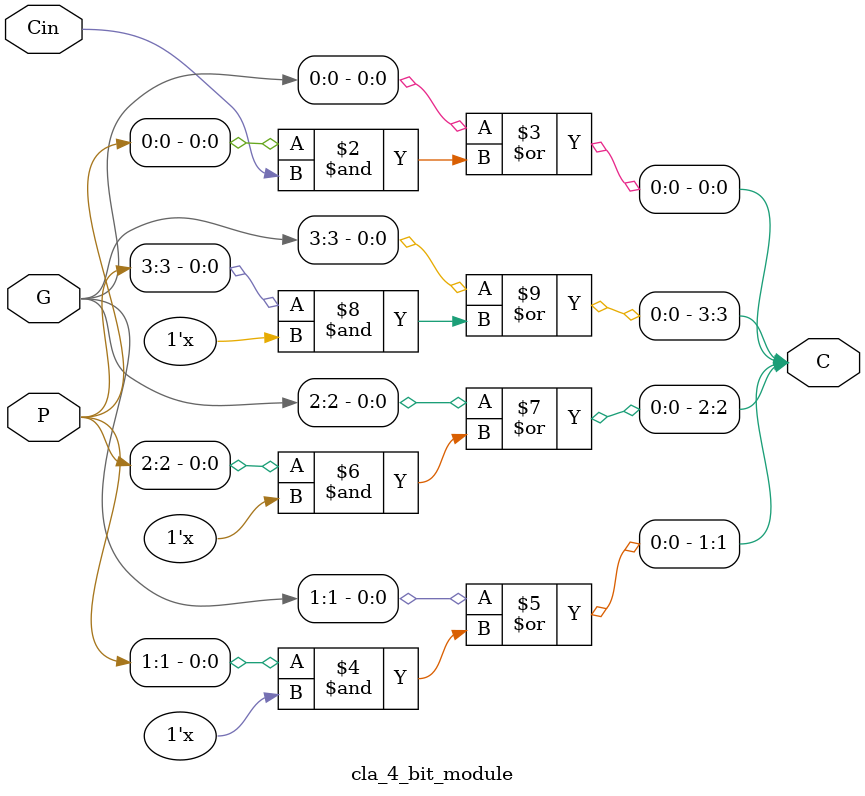
<source format=v>
module cla_4_bit_module(
    Cin,
    P,
    G,
    C);

    input Cin;
    input [3:0] P, G;
    output reg [3:0] C;

    always @ * begin
        C[0] <= (G[0] | P[0] & Cin);
        C[1] <= (G[1] | P[1] & C[0]);
        C[2] <= (G[2] | P[2] & C[1]);
        C[3] <= (G[3] | P[3] & C[2]);
    end

endmodule

</source>
